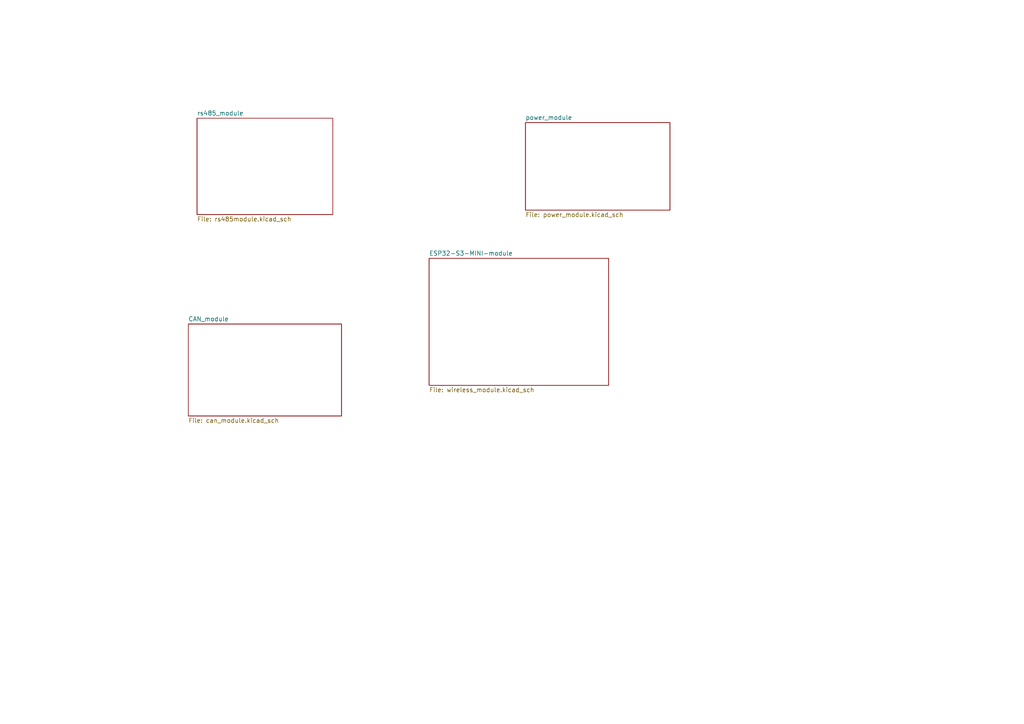
<source format=kicad_sch>
(kicad_sch
	(version 20231120)
	(generator "eeschema")
	(generator_version "8.0")
	(uuid "1d271606-59a8-485d-8d5a-e30c5f05f5f7")
	(paper "A4")
	(lib_symbols)
	(sheet
		(at 124.46 74.93)
		(size 52.07 36.83)
		(fields_autoplaced yes)
		(stroke
			(width 0.1524)
			(type solid)
		)
		(fill
			(color 0 0 0 0.0000)
		)
		(uuid "12b375e4-6ffb-4b6e-8888-7c1e6d16a0c9")
		(property "Sheetname" "ESP32-S3-MINI-module"
			(at 124.46 74.2184 0)
			(effects
				(font
					(size 1.27 1.27)
				)
				(justify left bottom)
			)
		)
		(property "Sheetfile" "wireless_module.kicad_sch"
			(at 124.46 112.3446 0)
			(effects
				(font
					(size 1.27 1.27)
				)
				(justify left top)
			)
		)
		(instances
			(project "ESP32-S3-MINI-DEVKIT-DATALOGGER"
				(path "/1d271606-59a8-485d-8d5a-e30c5f05f5f7"
					(page "2")
				)
			)
		)
	)
	(sheet
		(at 54.61 93.98)
		(size 44.45 26.67)
		(fields_autoplaced yes)
		(stroke
			(width 0.1524)
			(type solid)
		)
		(fill
			(color 0 0 0 0.0000)
		)
		(uuid "5019f95d-4aad-4122-b69c-c63dd8fb4240")
		(property "Sheetname" "CAN_module"
			(at 54.61 93.2684 0)
			(effects
				(font
					(size 1.27 1.27)
				)
				(justify left bottom)
			)
		)
		(property "Sheetfile" "can_module.kicad_sch"
			(at 54.61 121.2346 0)
			(effects
				(font
					(size 1.27 1.27)
				)
				(justify left top)
			)
		)
		(instances
			(project "ESP32-S3-MINI-DEVKIT-DATALOGGER"
				(path "/1d271606-59a8-485d-8d5a-e30c5f05f5f7"
					(page "4")
				)
			)
		)
	)
	(sheet
		(at 57.15 34.29)
		(size 39.37 27.94)
		(fields_autoplaced yes)
		(stroke
			(width 0.1524)
			(type solid)
		)
		(fill
			(color 0 0 0 0.0000)
		)
		(uuid "6a73b4a9-476d-4e91-be55-5f034211979a")
		(property "Sheetname" "rs485_module"
			(at 57.15 33.5784 0)
			(effects
				(font
					(size 1.27 1.27)
				)
				(justify left bottom)
			)
		)
		(property "Sheetfile" "rs485module.kicad_sch"
			(at 57.15 62.8146 0)
			(effects
				(font
					(size 1.27 1.27)
				)
				(justify left top)
			)
		)
		(instances
			(project "ESP32-S3-MINI-DEVKIT-DATALOGGER"
				(path "/1d271606-59a8-485d-8d5a-e30c5f05f5f7"
					(page "3")
				)
			)
		)
	)
	(sheet
		(at 152.4 35.56)
		(size 41.91 25.4)
		(fields_autoplaced yes)
		(stroke
			(width 0.1524)
			(type solid)
		)
		(fill
			(color 0 0 0 0.0000)
		)
		(uuid "6ff550de-8340-4224-a8d6-1bad48aebde4")
		(property "Sheetname" "power_module"
			(at 152.4 34.8484 0)
			(effects
				(font
					(size 1.27 1.27)
				)
				(justify left bottom)
			)
		)
		(property "Sheetfile" "power_module.kicad_sch"
			(at 152.4 61.5446 0)
			(effects
				(font
					(size 1.27 1.27)
				)
				(justify left top)
			)
		)
		(property "Field2" ""
			(at 152.4 35.56 0)
			(effects
				(font
					(size 1.27 1.27)
				)
				(hide yes)
			)
		)
		(instances
			(project "ESP32-S3-MINI-DEVKIT-DATALOGGER"
				(path "/1d271606-59a8-485d-8d5a-e30c5f05f5f7"
					(page "5")
				)
			)
		)
	)
	(sheet_instances
		(path "/"
			(page "1")
		)
	)
)

</source>
